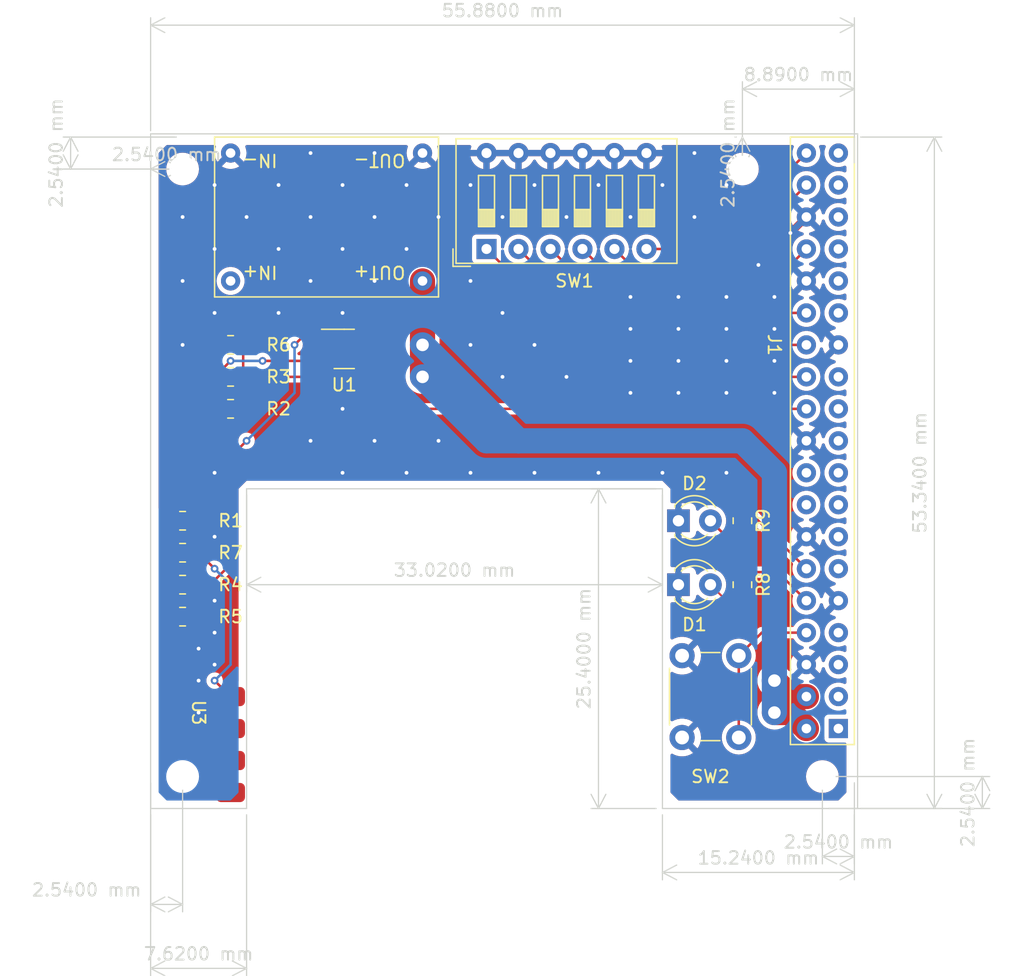
<source format=kicad_pcb>
(kicad_pcb (version 20240108) (generator "pcbnew") (generator_version "8.0")
  (layers (0 "F.Cu" signal) (31 "B.Cu" signal) (34 "B.Paste" user) (35 "F.Paste" user) (36 "B.SilkS" user "B.Silkscreen") (37 "F.SilkS" user "F.Silkscreen") (38 "B.Mask" user) (39 "F.Mask" user) (44 "Edge.Cuts" user))
  (net 0 "")
  (net 1 "GND")
  (net 2 "Net-(D1-A)")
  (net 3 "Net-(D2-A)")
  (net 5 "+5V")
  (net 15 "Net-(J1-GPIO25)")
  (net 17 "Net-(J1-~{CE0}{slash}GPIO8)")
  (net 18 "Net-(J1-~{CE1}{slash}GPIO7)")
  (net 20 "Net-(J1-ID_SC{slash}GPIO1)")
  (net 23 "Net-(J1-PWM0{slash}GPIO12)")
  (net 26 "Net-(J1-GPIO16)")
  (net 28 "Net-(J1-GPIO20{slash}MOSI1)")
  (net 29 "Net-(U1-+)")
  (net 30 "Net-(R4-Pad1)")
  (net 31 "Net-(U1--)")
  (net 32 "Net-(U3-A)")
  (net 33 "+9V")
  (net 34 "Net-(J1-GPIO14{slash}TXD)")
  (net 35 "Net-(J1-GPIO15{slash}RXD)")
  (net 36 "Net-(J1-GPIO18{slash}PWM0)")
  (footprint "MountingHole:MountingHole_2.1mm" (layer "F.Cu") (at 148.59 77.47)
    (property "Reference" "REF**" (hide yes))
    (property "Value" "MountingHole_2.1mm")
    (pad "" np_thru_hole circle (at 0 0) (size 2.1 2.1) (drill 2.1) (layers "*.Cu" "*.Mask"))
  )
  (footprint "LED_THT:LED_D3.0mm" (layer "F.Cu") (at 143.51 105.41)
    (property "Reference" "D2" (at 1.27 -2.96 0) (layer "F.SilkS"))
    (property "Value" "LED GREEN")
    (fp_line (start -0.29 -1.236) (end -0.29 -1.08) (stroke (width 0.12)) (layer "F.SilkS"))
    (fp_line (start -0.29 1.08) (end -0.29 1.236) (stroke (width 0.12)) (layer "F.SilkS"))
    (fp_arc (start -0.29 -1.235516) (mid 1.366487 -1.987659) (end 2.942335 -1.078608) (stroke (width 0.12)) (layer "F.SilkS"))
    (fp_arc (start 0.229039 -1.08) (mid 1.270117 -1.5) (end 2.31113 -1.079837) (stroke (width 0.12)) (layer "F.SilkS"))
    (fp_arc (start 2.31113 1.079837) (mid 1.270117 1.5) (end 0.229039 1.08) (stroke (width 0.12)) (layer "F.SilkS"))
    (fp_arc (start 2.942335 1.078608) (mid 1.366487 1.987659) (end -0.29 1.235516) (stroke (width 0.12)) (layer "F.SilkS"))
    (pad "1" thru_hole rect (at 0 0) (size 1.8 1.8) (drill 0.9) (layers "*.Cu" "*.Mask") (net 1 "GND"))
    (pad "2" thru_hole circle (at 2.54 0) (size 1.8 1.8) (drill 0.9) (layers "*.Cu" "*.Mask") (net 3 "Net-(D2-A)"))
  )
  (footprint "Button_Switch_THT:SW_PUSH_6mm" (layer "F.Cu") (at 143.8 122.63 90)
    (property "Reference" "SW2" (at -3.1 2.25 180) (layer "F.SilkS"))
    (property "Value" "SW_shutdown")
    (fp_line (start 5.5 -1) (end 1 -1) (stroke (width 0.12)) (layer "F.SilkS"))
    (fp_line (start -0.25 1.5) (end -0.25 3) (stroke (width 0.12)) (layer "F.SilkS"))
    (fp_line (start 6.75 3) (end 6.75 1.5) (stroke (width 0.12)) (layer "F.SilkS"))
    (fp_line (start 1 5.5) (end 5.5 5.5) (stroke (width 0.12)) (layer "F.SilkS"))
    (pad "1" thru_hole circle (at 0 0 180) (size 2 2) (drill 1.1) (layers "*.Cu" "*.Mask") (net 1 "GND"))
    (pad "1" thru_hole circle (at 6.5 0 180) (size 2 2) (drill 1.1) (layers "*.Cu" "*.Mask") (net 1 "GND"))
    (pad "2" thru_hole circle (at 0 4.5 180) (size 2 2) (drill 1.1) (layers "*.Cu" "*.Mask") (net 34 "Net-(J1-GPIO14{slash}TXD)"))
    (pad "2" thru_hole circle (at 6.5 4.5 180) (size 2 2) (drill 1.1) (layers "*.Cu" "*.Mask") (net 34 "Net-(J1-GPIO14{slash}TXD)"))
  )
  (footprint "Resistor_SMD:R_0805_2012Metric_Pad1.20x1.40mm_HandSolder" (layer "F.Cu") (at 104.14 113.03)
    (property "Reference" "R5" (at 3.81 0 0) (layer "F.SilkS"))
    (property "Value" "2k")
    (fp_line (start -0.227064 -0.735) (end 0.227064 -0.735) (stroke (width 0.12)) (layer "F.SilkS"))
    (fp_line (start -0.227064 0.735) (end 0.227064 0.735) (stroke (width 0.12)) (layer "F.SilkS"))
    (pad "1" smd roundrect (at -1 0) (size 1.2 1.4) (layers "F.Cu" "F.Paste" "F.Mask") (roundrect_rratio 0.2083333333) (net 30 "Net-(R4-Pad1)"))
    (pad "2" smd roundrect (at 1 0) (size 1.2 1.4) (layers "F.Cu" "F.Paste" "F.Mask") (roundrect_rratio 0.2083333333) (net 1 "GND"))
  )
  (footprint "Resistor_SMD:R_0805_2012Metric_Pad1.20x1.40mm_HandSolder" (layer "F.Cu") (at 104.14 107.95)
    (property "Reference" "R7" (at 3.81 0 0) (layer "F.SilkS"))
    (property "Value" "220")
    (fp_line (start -0.227064 -0.735) (end 0.227064 -0.735) (stroke (width 0.12)) (layer "F.SilkS"))
    (fp_line (start -0.227064 0.735) (end 0.227064 0.735) (stroke (width 0.12)) (layer "F.SilkS"))
    (pad "1" smd roundrect (at -1 0) (size 1.2 1.4) (layers "F.Cu" "F.Paste" "F.Mask") (roundrect_rratio 0.2083333333) (net 5 "+5V"))
    (pad "2" smd roundrect (at 1 0) (size 1.2 1.4) (layers "F.Cu" "F.Paste" "F.Mask") (roundrect_rratio 0.2083333333) (net 32 "Net-(U3-A)"))
  )
  (footprint "Package_TO_SOT_SMD:SOT-23-5" (layer "F.Cu") (at 116.9725 91.76)
    (property "Reference" "U1" (at 0 2.855 0) (layer "F.SilkS"))
    (property "Value" "LM397")
    (fp_line (start 0 -1.56) (end -1.8 -1.56) (stroke (width 0.12)) (layer "F.SilkS"))
    (fp_line (start 0 -1.56) (end 0.8 -1.56) (stroke (width 0.12)) (layer "F.SilkS"))
    (fp_line (start 0 1.56) (end -0.8 1.56) (stroke (width 0.12)) (layer "F.SilkS"))
    (fp_line (start 0 1.56) (end 0.8 1.56) (stroke (width 0.12)) (layer "F.SilkS"))
    (pad "1" smd roundrect (at -1.1375 -0.95) (size 1.325 0.6) (layers "F.Cu" "F.Paste" "F.Mask") (net 31 "Net-(U1--)"))
    (pad "2" smd roundrect (at -1.1375 0) (size 1.325 0.6) (layers "F.Cu" "F.Paste" "F.Mask") (net 1 "GND"))
    (pad "3" smd roundrect (at -1.1375 0.95) (size 1.325 0.6) (layers "F.Cu" "F.Paste" "F.Mask") (net 29 "Net-(U1-+)"))
    (pad "4" smd roundrect (at 1.1375 0.95) (size 1.325 0.6) (layers "F.Cu" "F.Paste" "F.Mask") (net 15 "Net-(J1-GPIO25)"))
    (pad "5" smd roundrect (at 1.1375 -0.95) (size 1.325 0.6) (layers "F.Cu" "F.Paste" "F.Mask") (net 5 "+5V"))
  )
  (footprint "MountingHole:MountingHole_2.1mm" (layer "F.Cu") (at 104.14 77.47)
    (property "Reference" "REF**" (hide yes))
    (property "Value" "MountingHole_2.1mm")
    (pad "" np_thru_hole circle (at 0 0) (size 2.1 2.1) (drill 2.1) (layers "*.Cu" "*.Mask"))
  )
  (footprint "Crockwork_Cinecamera:raspberry Pi socket 2x19" (layer "F.Cu") (at 156.21 121.92 180)
    (property "Reference" "J1" (at 5.08 30.48 -90) (layer "F.SilkS"))
    (property "Value" "Raspberry_Pi_zero2W")
    (fp_line (start 3.81 46.99) (end -1.27 46.99) (stroke (width 0.12)) (layer "F.SilkS"))
    (fp_line (start 3.81 -1.27) (end 3.81 46.99) (stroke (width 0.12)) (layer "F.SilkS"))
    (fp_line (start 3.81 -1.27) (end -1.27 -1.27) (stroke (width 0.12)) (layer "F.SilkS"))
    (fp_line (start -1.27 -1.27) (end -1.27 46.99) (stroke (width 0.12)) (layer "F.SilkS"))
    (pad "1" thru_hole rect (at 0 0 180) (size 1.524 1.524) (drill 0.762) (layers "*.Cu" "*.Mask"))
    (pad "2" thru_hole circle (at 2.54 0 180) (size 1.524 1.524) (drill 0.762) (layers "*.Cu" "*.Mask") (net 5 "+5V"))
    (pad "3" thru_hole circle (at 0 2.54 180) (size 1.524 1.524) (drill 0.762) (layers "*.Cu" "*.Mask"))
    (pad "4" thru_hole circle (at 2.54 2.54 180) (size 1.524 1.524) (drill 0.762) (layers "*.Cu" "*.Mask") (net 5 "+5V"))
    (pad "5" thru_hole circle (at 0 5.08 180) (size 1.524 1.524) (drill 0.762) (layers "*.Cu" "*.Mask"))
    (pad "6" thru_hole circle (at 2.54 5.08 180) (size 1.524 1.524) (drill 0.762) (layers "*.Cu" "*.Mask") (net 1 "GND"))
    (pad "7" thru_hole circle (at 0 7.62 180) (size 1.524 1.524) (drill 0.762) (layers "*.Cu" "*.Mask"))
    (pad "8" thru_hole circle (at 2.54 7.62 180) (size 1.524 1.524) (drill 0.762) (layers "*.Cu" "*.Mask") (net 34 "Net-(J1-GPIO14{slash}TXD)"))
    (pad "9" thru_hole circle (at 0 10.16 180) (size 1.524 1.524) (drill 0.762) (layers "*.Cu" "*.Mask") (net 1 "GND"))
    (pad "10" thru_hole circle (at 2.54 10.16 180) (size 1.524 1.524) (drill 0.762) (layers "*.Cu" "*.Mask") (net 35 "Net-(J1-GPIO15{slash}RXD)"))
    (pad "11" thru_hole circle (at 0 12.7 180) (size 1.524 1.524) (drill 0.762) (layers "*.Cu" "*.Mask"))
    (pad "12" thru_hole circle (at 2.54 12.7 180) (size 1.524 1.524) (drill 0.762) (layers "*.Cu" "*.Mask") (net 36 "Net-(J1-GPIO18{slash}PWM0)"))
    (pad "13" thru_hole circle (at 0 15.24 180) (size 1.524 1.524) (drill 0.762) (layers "*.Cu" "*.Mask"))
    (pad "14" thru_hole circle (at 2.54 15.24 180) (size 1.524 1.524) (drill 0.762) (layers "*.Cu" "*.Mask") (net 1 "GND"))
    (pad "15" thru_hole circle (at 0 17.78 180) (size 1.524 1.524) (drill 0.762) (layers "*.Cu" "*.Mask"))
    (pad "16" thru_hole circle (at 2.54 17.78 180) (size 1.524 1.524) (drill 0.762) (layers "*.Cu" "*.Mask"))
    (pad "17" thru_hole circle (at 0 20.32 180) (size 1.524 1.524) (drill 0.762) (layers "*.Cu" "*.Mask"))
    (pad "18" thru_hole circle (at 2.54 20.32 180) (size 1.524 1.524) (drill 0.762) (layers "*.Cu" "*.Mask"))
    (pad "19" thru_hole circle (at 0 22.86 180) (size 1.524 1.524) (drill 0.762) (layers "*.Cu" "*.Mask"))
    (pad "20" thru_hole circle (at 2.54 22.86 180) (size 1.524 1.524) (drill 0.762) (layers "*.Cu" "*.Mask") (net 1 "GND"))
    (pad "21" thru_hole circle (at 0 25.4 180) (size 1.524 1.524) (drill 0.762) (layers "*.Cu" "*.Mask"))
    (pad "22" thru_hole circle (at 2.54 25.4 180) (size 1.524 1.524) (drill 0.762) (layers "*.Cu" "*.Mask") (net 15 "Net-(J1-GPIO25)"))
    (pad "23" thru_hole circle (at 0 27.94 180) (size 1.524 1.524) (drill 0.762) (layers "*.Cu" "*.Mask"))
    (pad "24" thru_hole circle (at 2.54 27.94 180) (size 1.524 1.524) (drill 0.762) (layers "*.Cu" "*.Mask") (net 17 "Net-(J1-~{CE0}{slash}GPIO8)"))
    (pad "25" thru_hole circle (at 0 30.48 180) (size 1.524 1.524) (drill 0.762) (layers "*.Cu" "*.Mask") (net 1 "GND"))
    (pad "26" thru_hole circle (at 2.54 30.48 180) (size 1.524 1.524) (drill 0.762) (layers "*.Cu" "*.Mask") (net 18 "Net-(J1-~{CE1}{slash}GPIO7)"))
    (pad "27" thru_hole circle (at 0 33.02 180) (size 1.524 1.524) (drill 0.762) (layers "*.Cu" "*.Mask"))
    (pad "28" thru_hole circle (at 2.54 33.02 180) (size 1.524 1.524) (drill 0.762) (layers "*.Cu" "*.Mask") (net 20 "Net-(J1-ID_SC{slash}GPIO1)"))
    (pad "29" thru_hole circle (at 0 35.56 180) (size 1.524 1.524) (drill 0.762) (layers "*.Cu" "*.Mask"))
    (pad "30" thru_hole circle (at 2.54 35.56 180) (size 1.524 1.524) (drill 0.762) (layers "*.Cu" "*.Mask") (net 1 "GND"))
    (pad "31" thru_hole circle (at 0 38.1 180) (size 1.524 1.524) (drill 0.762) (layers "*.Cu" "*.Mask"))
    (pad "32" thru_hole circle (at 2.54 38.1 180) (size 1.524 1.524) (drill 0.762) (layers "*.Cu" "*.Mask") (net 23 "Net-(J1-PWM0{slash}GPIO12)"))
    (pad "33" thru_hole circle (at 0 40.64 180) (size 1.524 1.524) (drill 0.762) (layers "*.Cu" "*.Mask"))
    (pad "34" thru_hole circle (at 2.54 40.64 180) (size 1.524 1.524) (drill 0.762) (layers "*.Cu" "*.Mask") (net 1 "GND"))
    (pad "35" thru_hole circle (at 0 43.18 180) (size 1.524 1.524) (drill 0.762) (layers "*.Cu" "*.Mask"))
    (pad "36" thru_hole circle (at 2.54 43.18 180) (size 1.524 1.524) (drill 0.762) (layers "*.Cu" "*.Mask") (net 26 "Net-(J1-GPIO16)"))
    (pad "37" thru_hole circle (at 0 45.72 180) (size 1.524 1.524) (drill 0.762) (layers "*.Cu" "*.Mask"))
    (pad "38" thru_hole circle (at 2.54 45.72 180) (size 1.524 1.524) (drill 0.762) (layers "*.Cu" "*.Mask") (net 28 "Net-(J1-GPIO20{slash}MOSI1)"))
  )
  (footprint "Resistor_SMD:R_0805_2012Metric_Pad1.20x1.40mm_HandSolder" (layer "F.Cu") (at 107.95 96.52)
    (property "Reference" "R2" (at 3.81 0 0) (layer "F.SilkS"))
    (property "Value" "1k")
    (fp_line (start -0.227064 -0.735) (end 0.227064 -0.735) (stroke (width 0.12)) (layer "F.SilkS"))
    (fp_line (start -0.227064 0.735) (end 0.227064 0.735) (stroke (width 0.12)) (layer "F.SilkS"))
    (pad "1" smd roundrect (at -1 0) (size 1.2 1.4) (layers "F.Cu" "F.Paste" "F.Mask") (roundrect_rratio 0.2083333333) (net 29 "Net-(U1-+)"))
    (pad "2" smd roundrect (at 1 0) (size 1.2 1.4) (layers "F.Cu" "F.Paste" "F.Mask") (roundrect_rratio 0.2083333333) (net 1 "GND"))
  )
  (footprint "Crockwork_Cinecamera:MP2307 DC-DC Board" (layer "F.Cu") (at 107.95 86.36 90)
    (property "Reference" "U2" (hide yes))
    (property "Value" "~")
    (fp_line (start 11.43 -1.27) (end 11.43 16.51) (stroke (width 0.12)) (layer "F.SilkS"))
    (fp_line (start -1.27 -1.27) (end 11.43 -1.27) (stroke (width 0.12)) (layer "F.SilkS"))
    (fp_line (start 11.43 16.51) (end -1.27 16.51) (stroke (width 0.12)) (layer "F.SilkS"))
    (fp_line (start -1.27 16.51) (end -1.27 -1.27) (stroke (width 0.12)) (layer "F.SilkS"))
    (fp_text user "OUT+" (at 1.27 13.97 180) (layer "F.SilkS") (effects (justify left bottom)))
    (fp_text user "IN-" (at 10.16 3.81 180) (layer "F.SilkS") (effects (justify left bottom)))
    (fp_text user "IN+" (at 1.27 3.81 180) (layer "F.SilkS") (effects (justify left bottom)))
    (fp_text user "OUT-" (at 10.16 13.97 180) (layer "F.SilkS") (effects (justify left bottom)))
    (pad "1" thru_hole circle (at 0 0 90) (size 1.524 1.524) (drill 0.762) (layers "*.Cu" "*.Mask") (net 33 "+9V"))
    (pad "2" thru_hole circle (at 10.16 0 90) (size 1.524 1.524) (drill 0.762) (layers "*.Cu" "*.Mask") (net 1 "GND"))
    (pad "3" thru_hole circle (at 0 15.24 90) (size 1.524 1.524) (drill 0.762) (layers "*.Cu" "*.Mask") (net 5 "+5V"))
    (pad "4" thru_hole circle (at 10.16 15.24 90) (size 1.524 1.524) (drill 0.762) (layers "*.Cu" "*.Mask") (net 1 "GND"))
  )
  (footprint "LED_THT:LED_D3.0mm" (layer "F.Cu") (at 143.51 110.49)
    (property "Reference" "D1" (at 1.27 3.175 0) (layer "F.SilkS"))
    (property "Value" "LED RED")
    (fp_line (start -0.29 -1.236) (end -0.29 -1.08) (stroke (width 0.12)) (layer "F.SilkS"))
    (fp_line (start -0.29 1.08) (end -0.29 1.236) (stroke (width 0.12)) (layer "F.SilkS"))
    (fp_arc (start -0.29 -1.235516) (mid 1.366487 -1.987659) (end 2.942335 -1.078608) (stroke (width 0.12)) (layer "F.SilkS"))
    (fp_arc (start 0.229039 -1.08) (mid 1.270117 -1.5) (end 2.31113 -1.079837) (stroke (width 0.12)) (layer "F.SilkS"))
    (fp_arc (start 2.31113 1.079837) (mid 1.270117 1.5) (end 0.229039 1.08) (stroke (width 0.12)) (layer "F.SilkS"))
    (fp_arc (start 2.942335 1.078608) (mid 1.366487 1.987659) (end -0.29 1.235516) (stroke (width 0.12)) (layer "F.SilkS"))
    (pad "1" thru_hole rect (at 0 0) (size 1.8 1.8) (drill 0.9) (layers "*.Cu" "*.Mask") (net 1 "GND"))
    (pad "2" thru_hole circle (at 2.54 0) (size 1.8 1.8) (drill 0.9) (layers "*.Cu" "*.Mask") (net 2 "Net-(D1-A)"))
  )
  (footprint "Resistor_SMD:R_0805_2012Metric_Pad1.20x1.40mm_HandSolder" (layer "F.Cu") (at 104.14 105.41)
    (property "Reference" "R1" (at 3.81 0 0) (layer "F.SilkS"))
    (property "Value" "36k")
    (fp_line (start -0.227064 -0.735) (end 0.227064 -0.735) (stroke (width 0.12)) (layer "F.SilkS"))
    (fp_line (start -0.227064 0.735) (end 0.227064 0.735) (stroke (width 0.12)) (layer "F.SilkS"))
    (pad "1" smd roundrect (at -1 0) (size 1.2 1.4) (layers "F.Cu" "F.Paste" "F.Mask") (roundrect_rratio 0.2083333333) (net 5 "+5V"))
    (pad "2" smd roundrect (at 1 0) (size 1.2 1.4) (layers "F.Cu" "F.Paste" "F.Mask") (roundrect_rratio 0.2083333333) (net 29 "Net-(U1-+)"))
  )
  (footprint "Resistor_SMD:R_0805_2012Metric_Pad1.20x1.40mm_HandSolder" (layer "F.Cu") (at 148.59 110.49 -90)
    (property "Reference" "R8" (at 0 -1.65 90) (layer "F.SilkS"))
    (property "Value" "1k")
    (fp_line (start -0.227064 0.735) (end 0.227064 0.735) (stroke (width 0.12)) (layer "F.SilkS"))
    (fp_line (start -0.227064 -0.735) (end 0.227064 -0.735) (stroke (width 0.12)) (layer "F.SilkS"))
    (pad "1" smd roundrect (at -1 0 270) (size 1.2 1.4) (layers "F.Cu" "F.Paste" "F.Mask") (roundrect_rratio 0.2083333333) (net 35 "Net-(J1-GPIO15{slash}RXD)"))
    (pad "2" smd roundrect (at 1 0 270) (size 1.2 1.4) (layers "F.Cu" "F.Paste" "F.Mask") (roundrect_rratio 0.2083333333) (net 2 "Net-(D1-A)"))
  )
  (footprint "Button_Switch_THT:SW_DIP_SPSTx06_Slide_9.78x17.42mm_W7.62mm_P2.54mm" (layer "F.Cu") (at 128.27 83.82 90)
    (property "Reference" "SW1" (at -2.54 6.985 180) (layer "F.SilkS"))
    (property "Value" "SW_DIP_x06")
    (fp_line (start -1.38 -2.66) (end 0.004 -2.66) (stroke (width 0.12)) (layer "F.SilkS"))
    (fp_line (start -1.38 -2.66) (end -1.38 -1.277) (stroke (width 0.12)) (layer "F.SilkS"))
    (fp_line (start 8.76 -2.42) (end 8.76 15.12) (stroke (width 0.12)) (layer "F.SilkS"))
    (fp_line (start -1.14 -2.42) (end 8.76 -2.42) (stroke (width 0.12)) (layer "F.SilkS"))
    (fp_line (start -1.14 -2.42) (end -1.14 15.12) (stroke (width 0.12)) (layer "F.SilkS"))
    (fp_line (start 5.84 -0.635) (end 1.78 -0.635) (stroke (width 0.12)) (layer "F.SilkS"))
    (fp_line (start 3.133333 -0.635) (end 3.133333 0.635) (stroke (width 0.12)) (layer "F.SilkS"))
    (fp_line (start 1.78 -0.635) (end 1.78 0.635) (stroke (width 0.12)) (layer "F.SilkS"))
    (fp_line (start 1.78 -0.515) (end 3.133333 -0.515) (stroke (width 0.12)) (layer "F.SilkS"))
    (fp_line (start 1.78 -0.395) (end 3.133333 -0.395) (stroke (width 0.12)) (layer "F.SilkS"))
    (fp_line (start 1.78 -0.275) (end 3.133333 -0.275) (stroke (width 0.12)) (layer "F.SilkS"))
    (fp_line (start 1.78 -0.155) (end 3.133333 -0.155) (stroke (width 0.12)) (layer "F.SilkS"))
    (fp_line (start 1.78 -0.035) (end 3.133333 -0.035) (stroke (width 0.12)) (layer "F.SilkS"))
    (fp_line (start 1.78 0.085) (end 3.133333 0.085) (stroke (width 0.12)) (layer "F.SilkS"))
    (fp_line (start 1.78 0.205) (end 3.133333 0.205) (stroke (width 0.12)) (layer "F.SilkS"))
    (fp_line (start 1.78 0.325) (end 3.133333 0.325) (stroke (width 0.12)) (layer "F.SilkS"))
    (fp_line (start 1.78 0.445) (end 3.133333 0.445) (stroke (width 0.12)) (layer "F.SilkS"))
    (fp_line (start 1.78 0.565) (end 3.133333 0.565) (stroke (width 0.12)) (layer "F.SilkS"))
    (fp_line (start 5.84 0.635) (end 5.84 -0.635) (stroke (width 0.12)) (layer "F.SilkS"))
    (fp_line (start 1.78 0.635) (end 5.84 0.635) (stroke (width 0.12)) (layer "F.SilkS"))
    (fp_line (start 5.84 1.905) (end 1.78 1.905) (stroke (width 0.12)) (layer "F.SilkS"))
    (fp_line (start 3.133333 1.905) (end 3.133333 3.175) (stroke (width 0.12)) (layer "F.SilkS"))
    (fp_line (start 1.78 1.905) (end 1.78 3.175) (stroke (width 0.12)) (layer "F.SilkS"))
    (fp_line (start 1.78 2.025) (end 3.133333 2.025) (stroke (width 0.12)) (layer "F.SilkS"))
    (fp_line (start 1.78 2.145) (end 3.133333 2.145) (stroke (width 0.12)) (layer "F.SilkS"))
    (fp_line (start 1.78 2.265) (end 3.133333 2.265) (stroke (width 0.12)) (layer "F.SilkS"))
    (fp_line (start 1.78 2.385) (end 3.133333 2.385) (stroke (width 0.12)) (layer "F.SilkS"))
    (fp_line (start 1.78 2.505) (end 3.133333 2.505) (stroke (width 0.12)) (layer "F.SilkS"))
    (fp_line (start 1.78 2.625) (end 3.133333 2.625) (stroke (width 0.12)) (layer "F.SilkS"))
    (fp_line (start 1.78 2.745) (end 3.133333 2.745) (stroke (width 0.12)) (layer "F.SilkS"))
    (fp_line (start 1.78 2.865) (end 3.133333 2.865) (stroke (width 0.12)) (layer "F.SilkS"))
    (fp_line (start 1.78 2.985) (end 3.133333 2.985) (stroke (width 0.12)) (layer "F.SilkS"))
    (fp_line (start 1.78 3.105) (end 3.133333 3.105) (stroke (width 0.12)) (layer "F.SilkS"))
    (fp_line (start 5.84 3.175) (end 5.84 1.905) (stroke (width 0.12)) (layer "F.SilkS"))
    (fp_line (start 1.78 3.175) (end 5.84 3.175) (stroke (width 0.12)) (layer "F.SilkS"))
    (fp_line (start 5.84 4.445) (end 1.78 4.445) (stroke (width 0.12)) (layer "F.SilkS"))
    (fp_line (start 3.133333 4.445) (end 3.133333 5.715) (stroke (width 0.12)) (layer "F.SilkS"))
    (fp_line (start 1.78 4.445) (end 1.78 5.715) (stroke (width 0.12)) (layer "F.SilkS"))
    (fp_line (start 1.78 4.565) (end 3.133333 4.565) (stroke (width 0.12)) (layer "F.SilkS"))
    (fp_line (start 1.78 4.685) (end 3.133333 4.685) (stroke (width 0.12)) (layer "F.SilkS"))
    (fp_line (start 1.78 4.805) (end 3.133333 4.805) (stroke (width 0.12)) (layer "F.SilkS"))
    (fp_line (start 1.78 4.925) (end 3.133333 4.925) (stroke (width 0.12)) (layer "F.SilkS"))
    (fp_line (start 1.78 5.045) (end 3.133333 5.045) (stroke (width 0.12)) (layer "F.SilkS"))
    (fp_line (start 1.78 5.165) (end 3.133333 5.165) (stroke (width 0.12)) (layer "F.SilkS"))
    (fp_line (start 1.78 5.285) (end 3.133333 5.285) (stroke (width 0.12)) (layer "F.SilkS"))
    (fp_line (start 1.78 5.405) (end 3.133333 5.405) (stroke (width 0.12)) (layer "F.SilkS"))
    (fp_line (start 1.78 5.525) (end 3.133333 5.525) (stroke (width 0.12)) (layer "F.SilkS"))
    (fp_line (start 1.78 5.645) (end 3.133333 5.645) (stroke (width 0.12)) (layer "F.SilkS"))
    (fp_line (start 5.84 5.715) (end 5.84 4.445) (stroke (width 0.12)) (layer "F.SilkS"))
    (fp_line (start 1.78 5.715) (end 5.84 5.715) (stroke (width 0.12)) (layer "F.SilkS"))
    (fp_line (start 5.84 6.985) (end 1.78 6.985) (stroke (width 0.12)) (layer "F.SilkS"))
    (fp_line (start 3.133333 6.985) (end 3.133333 8.255) (stroke (width 0.12)) (layer "F.SilkS"))
    (fp_line (start 1.78 6.985) (end 1.78 8.255) (stroke (width 0.12)) (layer "F.SilkS"))
    (fp_line (start 1.78 7.105) (end 3.133333 7.105) (stroke (width 0.12)) (layer "F.SilkS"))
    (fp_line (start 1.78 7.225) (end 3.133333 7.225) (stroke (width 0.12)) (layer "F.SilkS"))
    (fp_line (start 1.78 7.345) (end 3.133333 7.345) (stroke (width 0.12)) (layer "F.SilkS"))
    (fp_line (start 1.78 7.465) (end 3.133333 7.465) (stroke (width 0.12)) (layer "F.SilkS"))
    (fp_line (start 1.78 7.585) (end 3.133333 7.585) (stroke (width 0.12)) (layer "F.SilkS"))
    (fp_line (start 1.78 7.705) (end 3.133333 7.705) (stroke (width 0.12)) (layer "F.SilkS"))
    (fp_line (start 1.78 7.825) (end 3.133333 7.825) (stroke (width 0.12)) (layer "F.SilkS"))
    (fp_line (start 1.78 7.945) (end 3.133333 7.945) (stroke (width 0.12)) (layer "F.SilkS"))
    (fp_line (start 1.78 8.065) (end 3.133333 8.065) (stroke (width 0.12)) (layer "F.SilkS"))
    (fp_line (start 1.78 8.185) (end 3.133333 8.185) (stroke (width 0.12)) (layer "F.SilkS"))
    (fp_line (start 5.84 8.255) (end 5.84 6.985) (stroke (width 0.12)) (layer "F.SilkS"))
    (fp_line (start 1.78 8.255) (end 5.84 8.255) (stroke (width 0.12)) (layer "F.SilkS"))
    (fp_line (start 5.84 9.525) (end 1.78 9.525) (stroke (width 0.12)) (layer "F.SilkS"))
    (fp_line (start 3.133333 9.525) (end 3.133333 10.795) (stroke (width 0.12)) (layer "F.SilkS"))
    (fp_line (start 1.78 9.525) (end 1.78 10.795) (stroke (width 0.12)) (layer "F.SilkS"))
    (fp_line (start 1.78 9.645) (end 3.133333 9.645) (stroke (width 0.12)) (layer "F.SilkS"))
    (fp_line (start 1.78 9.765) (end 3.133333 9.765) (stroke (width 0.12)) (layer "F.SilkS"))
    (fp_line (start 1.78 9.885) (end 3.133333 9.885) (stroke (width 0.12)) (layer "F.SilkS"))
    (fp_line (start 1.78 10.005) (end 3.133333 10.005) (stroke (width 0.12)) (layer "F.SilkS"))
    (fp_line (start 1.78 10.125) (end 3.133333 10.125) (stroke (width 0.12)) (layer "F.SilkS"))
    (fp_line (start 1.78 10.245) (end 3.133333 10.245) (stroke (width 0.12)) (layer "F.SilkS"))
    (fp_line (start 1.78 10.365) (end 3.133333 10.365) (stroke (width 0.12)) (layer "F.SilkS"))
    (fp_line (start 1.78 10.485) (end 3.133333 10.485) (stroke (width 0.12)) (layer "F.SilkS"))
    (fp_line (start 1.78 10.605) (end 3.133333 10.605) (stroke (width 0.12)) (layer "F.SilkS"))
    (fp_line (start 1.78 10.725) (end 3.133333 10.725) (stroke (width 0.12)) (layer "F.SilkS"))
    (fp_line (start 5.84 10.795) (end 5.84 9.525) (stroke (width 0.12)) (layer "F.SilkS"))
    (fp_line (start 1.78 10.795) (end 5.84 10.795) (stroke (width 0.12)) (layer "F.SilkS"))
    (fp_line (start 5.84 12.065) (end 1.78 12.065) (stroke (width 0.12)) (layer "F.SilkS"))
    (fp_line (start 3.133333 12.065) (end 3.133333 13.335) (stroke (width 0.12)) (layer "F.SilkS"))
    (fp_line (start 1.78 12.065) (end 1.78 13.335) (stroke (width 0.12)) (layer "F.SilkS"))
    (fp_line (start 1.78 12.185) (end 3.133333 12.185) (stroke (width 0.12)) (layer "F.SilkS"))
    (fp_line (start 1.78 12.305) (end 3.133333 12.305) (stroke (width 0.12)) (layer "F.SilkS"))
    (fp_line (start 1.78 12.425) (end 3.133333 12.425) (stroke (width 0.12)) (layer "F.SilkS"))
    (fp_line (start 1.78 12.545) (end 3.133333 12.545) (stroke (width 0.12)) (layer "F.SilkS"))
    (fp_line (start 1.78 12.665) (end 3.133333 12.665) (stroke (width 0.12)) (layer "F.SilkS"))
    (fp_line (start 1.78 12.785) (end 3.133333 12.785) (stroke (width 0.12)) (layer "F.SilkS"))
    (fp_line (start 1.78 12.905) (end 3.133333 12.905) (stroke (width 0.12)) (layer "F.SilkS"))
    (fp_line (start 1.78 13.025) (end 3.133333 13.025) (stroke (width 0.12)) (layer "F.SilkS"))
    (fp_line (start 1.78 13.145) (end 3.133333 13.145) (stroke (width 0.12)) (layer "F.SilkS"))
    (fp_line (start 1.78 13.265) (end 3.133333 13.265) (stroke (width 0.12)) (layer "F.SilkS"))
    (fp_line (start 5.84 13.335) (end 5.84 12.065) (stroke (width 0.12)) (layer "F.SilkS"))
    (fp_line (start 1.78 13.335) (end 5.84 13.335) (stroke (width 0.12)) (layer "F.SilkS"))
    (fp_line (start -1.14 15.12) (end 8.76 15.12) (stroke (width 0.12)) (layer "F.SilkS"))
    (pad "1" thru_hole rect (at 0 0 90) (size 1.6 1.6) (drill 0.8) (layers "*.Cu" "*.Mask") (net 17 "Net-(J1-~{CE0}{slash}GPIO8)"))
    (pad "2" thru_hole oval (at 0 2.54 90) (size 1.6 1.6) (drill 0.8) (layers "*.Cu" "*.Mask") (net 18 "Net-(J1-~{CE1}{slash}GPIO7)"))
    (pad "3" thru_hole oval (at 0 5.08 90) (size 1.6 1.6) (drill 0.8) (layers "*.Cu" "*.Mask") (net 20 "Net-(J1-ID_SC{slash}GPIO1)"))
    (pad "4" thru_hole oval (at 0 7.62 90) (size 1.6 1.6) (drill 0.8) (layers "*.Cu" "*.Mask") (net 23 "Net-(J1-PWM0{slash}GPIO12)"))
    (pad "5" thru_hole oval (at 0 10.16 90) (size 1.6 1.6) (drill 0.8) (layers "*.Cu" "*.Mask") (net 26 "Net-(J1-GPIO16)"))
    (pad "6" thru_hole oval (at 0 12.7 90) (size 1.6 1.6) (drill 0.8) (layers "*.Cu" "*.Mask") (net 28 "Net-(J1-GPIO20{slash}MOSI1)"))
    (pad "7" thru_hole oval (at 7.62 12.7 90) (size 1.6 1.6) (drill 0.8) (layers "*.Cu" "*.Mask") (net 1 "GND"))
    (pad "8" thru_hole oval (at 7.62 10.16 90) (size 1.6 1.6) (drill 0.8) (layers "*.Cu" "*.Mask") (net 1 "GND"))
    (pad "9" thru_hole oval (at 7.62 7.62 90) (size 1.6 1.6) (drill 0.8) (layers "*.Cu" "*.Mask") (net 1 "GND"))
    (pad "10" thru_hole oval (at 7.62 5.08 90) (size 1.6 1.6) (drill 0.8) (layers "*.Cu" "*.Mask") (net 1 "GND"))
    (pad "11" thru_hole oval (at 7.62 2.54 90) (size 1.6 1.6) (drill 0.8) (layers "*.Cu" "*.Mask") (net 1 "GND"))
    (pad "12" thru_hole oval (at 7.62 0 90) (size 1.6 1.6) (drill 0.8) (layers "*.Cu" "*.Mask") (net 1 "GND"))
  )
  (footprint "Resistor_SMD:R_0805_2012Metric_Pad1.20x1.40mm_HandSolder" (layer "F.Cu") (at 104.14 110.49)
    (property "Reference" "R4" (at 3.81 0 0) (layer "F.SilkS"))
    (property "Value" "220")
    (fp_line (start -0.227064 -0.735) (end 0.227064 -0.735) (stroke (width 0.12)) (layer "F.SilkS"))
    (fp_line (start -0.227064 0.735) (end 0.227064 0.735) (stroke (width 0.12)) (layer "F.SilkS"))
    (pad "1" smd roundrect (at -1 0) (size 1.2 1.4) (layers "F.Cu" "F.Paste" "F.Mask") (roundrect_rratio 0.2083333333) (net 30 "Net-(R4-Pad1)"))
    (pad "2" smd roundrect (at 1 0) (size 1.2 1.4) (layers "F.Cu" "F.Paste" "F.Mask") (roundrect_rratio 0.2083333333) (net 31 "Net-(U1--)"))
  )
  (footprint "Resistor_SMD:R_0805_2012Metric_Pad1.20x1.40mm_HandSolder" (layer "F.Cu") (at 107.95 91.44)
    (property "Reference" "R6" (at 3.81 0 0) (layer "F.SilkS"))
    (property "Value" "2k2")
    (fp_line (start -0.227064 -0.735) (end 0.227064 -0.735) (stroke (width 0.12)) (layer "F.SilkS"))
    (fp_line (start -0.227064 0.735) (end 0.227064 0.735) (stroke (width 0.12)) (layer "F.SilkS"))
    (pad "1" smd roundrect (at -1 0) (size 1.2 1.4) (layers "F.Cu" "F.Paste" "F.Mask") (roundrect_rratio 0.2083333333) (net 5 "+5V"))
    (pad "2" smd roundrect (at 1 0) (size 1.2 1.4) (layers "F.Cu" "F.Paste" "F.Mask") (roundrect_rratio 0.2083333333) (net 15 "Net-(J1-GPIO25)"))
  )
  (footprint "Crockwork_Cinecamera:LBR-123F_2" (layer "F.Cu") (at 104.14 123.19 -90)
    (property "Reference" "U3" (at -2.54 -1.27 -90) (layer "F.SilkS"))
    (property "Value" "LBR-123F_2")
    (pad "1" smd roundrect (at -3.81 -3.81) (size 2.286 1.524) (layers "F.Cu" "F.Paste" "F.Mask") (net 32 "Net-(U3-A)"))
    (pad "2" smd roundrect (at -1.27 -3.81) (size 2.286 1.524) (layers "F.Cu" "F.Paste" "F.Mask") (net 1 "GND"))
    (pad "3" smd roundrect (at 1.27 -3.81 180) (size 2.286 1.524) (layers "F.Cu" "F.Paste" "F.Mask") (net 5 "+5V"))
    (pad "4" smd roundrect (at 3.81 -3.81) (size 2.286 1.524) (layers "F.Cu" "F.Paste" "F.Mask") (net 30 "Net-(R4-Pad1)"))
  )
  (footprint "MountingHole:MountingHole_2.1mm" (layer "F.Cu") (at 104.14 125.73)
    (property "Reference" "REF**" (hide yes))
    (property "Value" "MountingHole_2.1mm")
    (pad "" np_thru_hole circle (at 0 0) (size 2.1 2.1) (drill 2.1) (layers "*.Cu" "*.Mask"))
  )
  (footprint "Resistor_SMD:R_0805_2012Metric_Pad1.20x1.40mm_HandSolder" (layer "F.Cu") (at 107.95 93.98)
    (property "Reference" "R3" (at 3.81 0 0) (layer "F.SilkS"))
    (property "Value" "12k")
    (fp_line (start -0.227064 -0.735) (end 0.227064 -0.735) (stroke (width 0.12)) (layer "F.SilkS"))
    (fp_line (start -0.227064 0.735) (end 0.227064 0.735) (stroke (width 0.12)) (layer "F.SilkS"))
    (pad "1" smd roundrect (at -1 0) (size 1.2 1.4) (layers "F.Cu" "F.Paste" "F.Mask") (roundrect_rratio 0.2083333333) (net 29 "Net-(U1-+)"))
    (pad "2" smd roundrect (at 1 0) (size 1.2 1.4) (layers "F.Cu" "F.Paste" "F.Mask") (roundrect_rratio 0.2083333333) (net 15 "Net-(J1-GPIO25)"))
  )
  (footprint "Resistor_SMD:R_0805_2012Metric_Pad1.20x1.40mm_HandSolder" (layer "F.Cu") (at 148.59 105.41 -90)
    (property "Reference" "R9" (at 0 -1.65 90) (layer "F.SilkS"))
    (property "Value" "1k")
    (fp_line (start -0.227064 0.735) (end 0.227064 0.735) (stroke (width 0.12)) (layer "F.SilkS"))
    (fp_line (start -0.227064 -0.735) (end 0.227064 -0.735) (stroke (width 0.12)) (layer "F.SilkS"))
    (pad "1" smd roundrect (at -1 0 270) (size 1.2 1.4) (layers "F.Cu" "F.Paste" "F.Mask") (roundrect_rratio 0.2083333333) (net 36 "Net-(J1-GPIO18{slash}PWM0)"))
    (pad "2" smd roundrect (at 1 0 270) (size 1.2 1.4) (layers "F.Cu" "F.Paste" "F.Mask") (roundrect_rratio 0.2083333333) (net 3 "Net-(D2-A)"))
  )
  (footprint "MountingHole:MountingHole_2.1mm" (layer "F.Cu") (at 154.94 125.73)
    (property "Reference" "REF**" (hide yes))
    (property "Value" "MountingHole_2.1mm")
    (pad "" np_thru_hole circle (at 0 0) (size 2.1 2.1) (drill 2.1) (layers "*.Cu" "*.Mask"))
  )
  (gr_line (start 142.24 102.87) (end 109.22 102.87) (stroke (width 0.1)) (layer "Edge.Cuts"))
  (gr_line (start 157.734 128.27) (end 142.24 128.27) (stroke (width 0.1)) (layer "Edge.Cuts"))
  (gr_line (start 109.22 102.87) (end 109.22 128.27) (stroke (width 0.1)) (layer "Edge.Cuts"))
  (gr_line (start 101.6 74.93) (end 101.6 74.93) (stroke (width 0.1)) (layer "Edge.Cuts"))
  (gr_line (start 101.6 128.27) (end 101.6 74.676) (stroke (width 0.1)) (layer "Edge.Cuts"))
  (gr_line (start 157.734 74.676) (end 157.734 128.27) (stroke (width 0.1)) (layer "Edge.Cuts"))
  (gr_line (start 101.6 74.676) (end 157.734 74.676) (stroke (width 0.1)) (layer "Edge.Cuts"))
  (gr_line (start 109.22 128.27) (end 101.6 128.27) (stroke (width 0.1)) (layer "Edge.Cuts"))
  (gr_line (start 142.24 128.27) (end 142.24 102.87) (stroke (width 0.1)) (layer "Edge.Cuts"))
  (dimension (type aligned) (layer "Edge.Cuts") (pts (xy 154.94 125.73) (xy 157.48 125.73)) (height 6.35) (gr_text "2.5400 mm" (at 156.21 130.93 0) (layer "Edge.Cuts") (effects (font (size 1 1) (thickness 0.15)))) (format (prefix "") (suffix "") (units 3) (units_format 1) (precision 4)) (style (thickness 0.1) (arrow_length 1.27) (text_position_mode 0) (extension_height 0.58642) (extension_offset 0.5) keep_text_aligned))
  (dimension (type aligned) (layer "Edge.Cuts") (pts (xy 148.59 77.47) (xy 157.48 77.47)) (height -6.35) (gr_text "8.8900 mm" (at 153.035 69.97 0) (layer "Edge.Cuts") (effects (font (size 1 1) (thickness 0.15)))) (format (prefix "") (suffix "") (units 3) (units_format 1) (precision 4)) (style (thickness 0.1) (arrow_length 1.27) (text_position_mode 0) (extension_height 0.58642) (extension_offset 0.5) keep_text_aligned))
  (dimension (type aligned) (layer "Edge.Cuts") (pts (xy 142.24 102.87) (xy 142.24 128.27)) (height 5.08) (gr_text "25.4000 mm" (at 136.01 115.57 90) (layer "Edge.Cuts") (effects (font (size 1 1) (thickness 0.15)))) (format (prefix "") (suffix "") (units 3) (units_format 1) (precision 4)) (style (thickness 0.1) (arrow_length 1.27) (text_position_mode 0) (extension_height 0.58642) (extension_offset 0.5) keep_text_aligned))
  (dimension (type aligned) (layer "Edge.Cuts") (pts (xy 104.14 125.73) (xy 101.6 125.73)) (height -10.16) (gr_text "2.5400 mm" (at 96.52 134.74 0) (layer "Edge.Cuts") (effects (font (size 1 1) (thickness 0.15)))) (format (prefix "") (suffix "") (units 3) (units_format 1) (precision 4)) (style (thickness 0.1) (arrow_length 1.27) (text_position_mode 2) (extension_height 0.58642) (extension_offset 0.5) keep_text_aligned))
  (dimension (type aligned) (layer "Edge.Cuts") (pts (xy 157.48 74.93) (xy 157.48 128.27)) (height -6.35) (gr_text "53.3400 mm" (at 162.68 101.6 90) (layer "Edge.Cuts") (effects (font (size 1 1) (thickness 0.15)))) (format (prefix "") (suffix "") (units 3) (units_format 1) (precision 4)) (style (thickness 0.1) (arrow_length 1.27) (text_position_mode 0) (extension_height 0.58642) (extension_offset 0.5) keep_text_aligned))
  (dimension (type aligned) (layer "Edge.Cuts") (pts (xy 104.14 77.47) (xy 104.14 74.93)) (height -8.89) (gr_text "2.5400 mm" (at 94.1 76.2 90) (layer "Edge.Cuts") (effects (font (size 1 1) (thickness 0.15)))) (format (prefix "") (suffix "") (units 3) (units_format 1) (precision 4)) (style (thickness 0.1) (arrow_length 1.27) (text_position_mode 0) (extension_height 0.58642) (extension_offset 0.5) keep_text_aligned))
  (dimension (type aligned) (layer "Edge.Cuts") (pts (xy 101.6 128.27) (xy 109.22 128.27)) (height 12.7) (gr_text "7.6200 mm" (at 105.41 139.82 0) (layer "Edge.Cuts") (effects (font (size 1 1) (thickness 0.15)))) (format (prefix "") (suffix "") (units 3) (units_format 1) (precision 4)) (style (thickness 0.1) (arrow_length 1.27) (text_position_mode 0) (extension_height 0.58642) (extension_offset 0.5) keep_text_aligned))
  (dimension (type aligned) (layer "Edge.Cuts") (pts (xy 148.59 77.47) (xy 148.59 74.93)) (height 0) (gr_text "2.5400 mm" (at 147.44 76.2 90) (layer "Edge.Cuts") (effects (font (size 1 1) (thickness 0.15)))) (format (prefix "") (suffix "") (units 3) (units_format 1) (precision 4)) (style (thickness 0.1) (arrow_length 1.27) (text_position_mode 0) (extension_height 0.58642) (extension_offset 0.5) keep_text_aligned))
  (dimension (type aligned) (layer "Edge.Cuts") (pts (xy 109.22 102.87) (xy 142.24 102.87)) (height 7.619999) (gr_text "33.0200 mm" (at 125.73 109.339999 0) (layer "Edge.Cuts") (effects (font (size 1 1) (thickness 0.15)))) (format (prefix "") (suffix "") (units 3) (units_format 1) (precision 4)) (style (thickness 0.1) (arrow_length 1.27) (text_position_mode 0) (extension_height 0.58642) (extension_offset 0.5) keep_text_aligned))
  (dimension (type aligned) (layer "Edge.Cuts") (pts (xy 154.94 125.73) (xy 154.94 128.27)) (height -12.7) (gr_text "2.5400 mm" (at 166.49 127 90) (layer "Edge.Cuts") (effects (font (size 1 1) (thickness 0.15)))) (format (prefix "") (suffix "") (units 3) (units_format 1) (precision 4)) (style (thickness 0.1) (arrow_length 1.27) (text_position_mode 0) (extension_height 0.58642) (extension_offset 0.5) keep_text_aligned))
  (dimension (type aligned) (layer "Edge.Cuts") (pts (xy 101.6 76.2) (xy 104.14 76.2)) (height 1.27) (gr_text "2.5400 mm" (at 102.87 76.32 0) (layer "Edge.Cuts") (effects (font (size 1 1) (thickness 0.15)))) (format (prefix "") (suffix "") (units 3) (units_format 1) (precision 4)) (style (thickness 0.1) (arrow_length 1.27) (text_position_mode 0) (extension_height 0.58642) (extension_offset 0.5) keep_text_aligned))
  (dimension (type aligned) (layer "Edge.Cuts") (pts (xy 101.6 74.93) (xy 157.48 74.93)) (height -8.89) (gr_text "55.8800 mm" (at 129.54 64.89 0) (layer "Edge.Cuts") (effects (font (size 1 1) (thickness 0.15)))) (format (prefix "") (suffix "") (units 3) (units_format 1) (precision 4)) (style (thickness 0.1) (arrow_length 1.27) (text_position_mode 0) (extension_height 0.58642) (extension_offset 0.5) keep_text_aligned))
  (dimension (type aligned) (layer "Edge.Cuts") (pts (xy 142.24 128.27) (xy 157.48 128.27)) (height 5.08) (gr_text "15.2400 mm" (at 149.86 132.2 0) (layer "Edge.Cuts") (effects (font (size 1 1) (thickness 0.15)))) (format (prefix "") (suffix "") (units 3) (units_format 1) (precision 4)) (style (thickness 0.1) (arrow_length 1.27) (text_position_mode 0) (extension_height 0.58642) (extension_offset 0.5) keep_text_aligned))
  (segment (start 105.14 112.801631) (end 105.14 113.03) (width 0.2) (layer "F.Cu") (net 1))
  (segment (start 153.67 81.28) (end 152.4 82.55) (width 0.6) (layer "F.Cu") (net 1))
  (segment (start 106.68 121.92) (end 105.41 120.65) (width 0.6) (layer "F.Cu") (net 1))
  (segment (start 107.95 121.92) (end 106.68 121.92) (width 0.6) (layer "F.Cu") (net 1))
  (segment (start 143.8 110.78) (end 143.51 110.49) (width 0.2) (layer "F.Cu") (net 1))
  (via (at 124.46 99.06) (size 0.605) (drill 0.3) (layers "F.Cu" "B.Cu") (net 1))
  (via (at 139.7 92.71) (size 0.605) (drill 0.3) (layers "F.Cu" "B.Cu") (net 1))
  (via (at 116.84 88.9) (size 0.605) (drill 0.3) (layers "F.Cu" "B.Cu") (net 1))
  (via (at 116.84 83.82) (size 0.605) (drill 0.3) (layers "F.Cu" "B.Cu") (net 1))
  (via (at 149.86 85.09) (size 0.605) (drill 0.3) (layers "F.Cu" "B.Cu") (net 1))
  (via (at 104.14 86.36) (size 0.605) (drill 0.3) (layers "F.Cu" "B.Cu") (net 1))
  (via (at 116.84 96.52) (size 0.605) (drill 0.3) (layers "F.Cu" "B.Cu") (net 1))
  (via (at 144.78 76.2) (size 0.605) (drill 0.3) (layers "F.Cu" "B.Cu") (net 1))
  (via (at 127 101.6) (size 0.605) (drill 0.3) (layers "F.Cu" "B.Cu") (net 1))
  (via (at 106.68 106.68) (size 0.605) (drill 0.3) (layers "F.Cu" "B.Cu") (net 1))
  (via (at 139.7 90.17) (size 0.605) (drill 0.3) (layers "F.Cu" "B.Cu") (net 1))
  (via (at 106.68 111.76) (size 0.605) (drill 0.3) (layers "F.Cu" "B.Cu") (net 1))
  (via (at 119.38 86.36) (size 0.605) (drill 0.3) (layers "F.Cu" "B.Cu") (net 1))
  (via (at 114.3 76.2) (size 0.605) (drill 0.3) (layers "F.Cu" "B.Cu") (net 1))
  (via (at 134.62 81.28) (size 0.605) (drill 0.3) (layers "F.Cu" "B.Cu") (net 1))
  (via (at 106.68 83.82) (size 0.605) (drill 0.3) (layers "F.Cu" "B.Cu") (net 1))
  (via (at 106.68 114.3) (size 0.605) (drill 0.3) (layers "F.Cu" "B.Cu") (net 1))
  (via (at 121.92 78.74) (size 0.605) (drill 0.3) (layers "F.Cu" "B.Cu") (net 1))
  (via (at 139.7 87.63) (size 0.605) (drill 0.3) (layers "F.Cu" "B.Cu") (net 1))
  (via (at 105.41 115.57) (size 0.605) (drill 0.3) (layers "F.Cu" "B.Cu") (net 1))
  (via (at 143.51 92.71) (size 0.605) (drill 0.3) (layers "F.Cu" "B.Cu") (net 1))
  (via (at 151.13 95.25) (size 0.605) (drill 0.3) (layers "F.Cu" "B.Cu") (net 1))
  (via (at 129.54 93.98) (size 0.605) (drill 0.3) (layers "F.Cu" "B.Cu") (net 1))
  (via (at 127 91.44) (size 0.605) (drill 0.3) (layers "F.Cu" "B.Cu") (net 1))
  (via (at 147.32 87.63) (size 0.605) (drill 0.3) (layers "F.Cu" "B.Cu") (net 1))
  (via (at 129.54 81.28) (size 0.605) (drill 0.3) (layers "F.Cu" "B.Cu") (net 1))
  (via (at 106.68 88.9) (size 0.605) (drill 0.3) (layers "F.Cu" "B.Cu") (net 1))
  (via (at 111.76 78.74) (size 0.605) (drill 0.3) (layers "F.Cu" "B.Cu") (net 1))
  (via (at 124.46 81.28) (size 0.605) (drill 0.3) (layers "F.Cu" "B.Cu") (net 1))
  (via (at 105.41 118.11) (size 0.605) (drill 0.3) (layers "F.Cu" "B.Cu") (net 1))
  (via (at 147.32 92.71) (size 0.605) (drill 0.3) (layers "F.Cu" "B.Cu") (net 1))
  (via (at 114.3 86.36) (size 0.605) (drill 0.3) (layers "F.Cu" "B.Cu") (net 1))
  (via (at 111.76 83.82) (size 0.605) (drill 0.3) (layers "F.Cu" "B.Cu") (net 1))
  (via (at 119.38 99.06) (size 0.605) (drill 0.3) (layers "F.Cu" "B.Cu") (net 1))
  (via (at 143.51 87.63) (size 0.605) (drill 0.3) (layers "F.Cu" "B.Cu") (net 1))
  (via (at 104.14 81.28) (size 0.605) (drill 0.3) (layers "F.Cu" "B.Cu") (net 1))
  (via (at 147.32 78.74) (size 0.605) (drill 0.3) (layers "F.Cu" "B.Cu") (net 1))
  (via (at 132.08 101.6) (size 0.605) (drill 0.3) (layers "F.Cu" "B.Cu") (net 1))
  (via (at 134.62 93.98) (size 0.605) (drill 0.3) (layers "F.Cu" "B.Cu") (net 1))
  (via (at 121.92 83.82) (size 0.605) (drill 0.3) (layers "F.Cu" "B.Cu") (net 1))
  (via (at 116.84 101.6) (size 0.605) (drill 0.3) (layers "F.Cu" "B.Cu") (net 1))
  (via (at 142.24 101.6) (size 0.605) (drill 0.3) (layers "F.Cu" "B.Cu") (net 1))
  (via (at 104.14 91.44) (size 0.605) (drill 0.3) (layers "F.Cu" "B.Cu") (net 1))
  (via (at 114.3 81.28) (size 0.605) (drill 0.3) (layers "F.Cu" "B.Cu") (net 1))
  (via (at 142.24 78.74) (size 0.605) (drill 0.3) (layers "F.Cu" "B.Cu") (net 1))
  (via (at 129.54 88.9) (size 0.605) (drill 0.3) (layers "F.Cu" "B.Cu") (net 1))
  (via (at 151.13 92.71) (size 0.605) (drill 0.3) (layers "F.Cu" "B.Cu") (net 1))
  (via (at 137.16 78.74) (size 0.605) (drill 0.3) (layers "F.Cu" "B.Cu") (net 1))
  (via (at 139.7 95.25) (size 0.605) (drill 0.3) (layers "F.Cu" "B.Cu") (net 1))
  (via (at 109.22 81.28) (size 0.605) (drill 0.3) (layers "F.Cu" "B.Cu") (net 1))
  (via (at 143.51 90.17) (size 0.605) (drill 0.3) (layers "F.Cu" "B.Cu") (net 1))
  (via (at 127 78.74) (size 0.605) (drill 0.3) (layers "F.Cu" "B.Cu") (net 1))
  (via (at 119.38 81.28) (size 0.605) (drill 0.3) (layers "F.Cu" "B.Cu") (net 1))
  (via (at 105.41 120.65) (size 0.605) (drill 0.3) (layers "F.Cu" "B.Cu") (net 1))
  (via (at 106.68 78.74) (size 0.605) (drill 0.3) (layers "F.Cu" "B.Cu") (net 1))
  (via (at 137.16 101.6) (size 0.605) (drill 0.3) (layers "F.Cu" "B.Cu") (net 1))
  (via (at 143.51 95.25) (size 0.605) (drill 0.3) (layers "F.Cu" "B.Cu") (net 1))
  (via (at 127 86.36) (size 0.605) (drill 0.3) (layers "F.Cu" "B.Cu") (net 1))
  (via (at 116.84 78.74) (size 0.605) (drill 0.3) (layers "F.Cu" "B.Cu") (net 1))
  (via (at 147.32 101.6) (size 0.605) (drill 0.3) (layers "F.Cu" "B.Cu") (net 1))
  (via (at 152.4 82.55) (size 0.605) (drill 0.3) (layers "F.Cu" "B.Cu") (net 1))
  (via (at 151.13 90.17) (size 0.605) (drill 0.3) (layers "F.Cu" "B.Cu") (net 1))
  (via (at 106.68 101.6) (size 0.605) (drill 0.3) (layers "F.Cu" "B.Cu") (net 1))
  (via (at 132.08 78.74) (size 0.605) (drill 0.3) (layers "F.Cu" "B.Cu") (net 1))
  (via (at 151.13 87.63) (size 0.605) (drill 0.3) (layers "F.Cu" "B.Cu") (net 1))
  (via (at 147.32 90.17) (size 0.605) (drill 0.3) (layers "F.Cu" "B.Cu") (net 1))
  (via (at 144.78 81.28) (size 0.605) (drill 0.3) (layers "F.Cu" "B.Cu") (net 1))
  (via (at 106.68 116.84) (size 0.605) (drill 0.3) (layers "F.Cu" "B.Cu") (net 1))
  (via (at 121.92 101.6) (size 0.605) (drill 0.3) (layers "F.Cu" "B.Cu") (net 1))
  (via (at 111.76 88.9) (size 0.605) (drill 0.3) (layers "F.Cu" "B.Cu") (net 1))
  (via (at 147.32 95.25) (size 0.605) (drill 0.3) (layers "F.Cu" "B.Cu") (net 1))
  (via (at 132.08 91.44) (size 0.605) (drill 0.3) (layers "F.Cu" "B.Cu") (net 1))
  (via (at 114.3 99.06) (size 0.605) (drill 0.3) (layers "F.Cu" "B.Cu") (net 1))
  (via (at 139.7 81.28) (size 0.605) (drill 0.3) (layers "F.Cu" "B.Cu") (net 1))
  (via (at 119.38 76.2) (size 0.605) (drill 0.3) (layers "F.Cu" "B.Cu") (net 1))
  (segment (start 147.05 111.49) (end 148.59 111.49) (width 0.1524) (layer "F.Cu") (net 2))
  (segment (start 146.05 110.49) (end 147.05 111.49) (width 0.1524) (layer "F.Cu") (net 2))
  (segment (start 147.05 106.41) (end 148.59 106.41) (width 0.2) (layer "F.Cu") (net 3))
  (segment (start 146.05 105.41) (end 147.05 106.41) (width 0.2) (layer "F.Cu") (net 3))
  (segment (start 120.65 90.17) (end 123.19 90.17) (width 0.6) (layer "F.Cu") (net 5))
  (segment (start 103.9924 108.8024) (end 103.14 107.95) (width 0.2) (layer "F.Cu") (net 5))
  (segment (start 103.14 105.41) (end 103.14 107.95) (width 0.2) (layer "F.Cu") (net 5))
  (segment (start 117.5576 90.2576) (end 118.11 90.81) (width 0.2) (layer "F.Cu") (net 5))
  (segment (start 106.95 91.44) (end 108.1324 90.2576) (width 0.2) (layer "F.Cu") (net 5))
  (segment (start 151.13 118.11) (end 152.4 119.38) (width 2) (layer "F.Cu") (net 5))
  (segment (start 123.19 91.44) (end 123.19 93.98) (width 2) (layer "F.Cu") (net 5))
  (segment (start 107.95 124.46) (end 103.9924 120.5024) (width 0.2) (layer "F.Cu") (net 5))
  (segment (start 152.4 120.65) (end 153.67 121.92) (width 2) (layer "F.Cu") (net 5))
  (segment (start 123.19 87.63) (end 123.19 90.17) (width 2) (layer "F.Cu") (net 5))
  (segment (start 152.4 119.38) (end 153.67 119.38) (width 2) (layer "F.Cu") (net 5))
  (segment (start 118.11 90.81) (end 120.01 90.81) (width 0.6) (layer "F.Cu") (net 5))
  (segment (start 103.14 105.41) (end 103.14 95.25) (width 0.2) (layer "F.Cu") (net 5))
  (segment (start 108.1324 90.2576) (end 117.5576 90.2576) (width 0.2) (layer "F.Cu") (net 5))
  (segment (start 103.14 95.25) (end 106.95 91.44) (width 0.2) (layer "F.Cu") (net 5))
  (segment (start 123.19 90.17) (end 123.19 91.44) (width 2) (layer "F.Cu") (net 5))
  (segment (start 120.01 90.81) (end 120.65 90.17) (width 0.6) (layer "F.Cu") (net 5))
  (segment (start 123.19 86.36) (end 123.19 87.63) (width 2) (layer "F.Cu") (net 5))
  (segment (start 151.13 120.65) (end 152.4 120.65) (width 2) (layer "F.Cu") (net 5))
  (segment (start 103.9924 120.5024) (end 103.9924 108.8024) (width 0.2) (layer "F.Cu") (net 5))
  (via (at 123.19 93.98) (size 1.5) (drill 1) (layers "F.Cu" "B.Cu") (net 5))
  (via (at 151.13 120.65) (size 1.5) (drill 1) (layers "F.Cu" "B.Cu") (net 5))
  (via (at 151.13 118.11) (size 1.5) (drill 1) (layers "F.Cu" "B.Cu") (net 5))
  (via (at 123.19 91.44) (size 1.5) (drill 1) (layers "F.Cu" "B.Cu") (net 5))
  (segment (start 148.59 99.06) (end 151.13 101.6) (width 2) (layer "B.Cu") (net 5))
  (segment (start 151.13 101.6) (end 151.13 118.11) (width 2) (layer "B.Cu") (net 5))
  (segment (start 123.19 91.44) (end 130.81 99.06) (width 2) (layer "B.Cu") (net 5))
  (segment (start 130.81 99.06) (end 148.59 99.06) (width 2) (layer "B.Cu") (net 5))
  (segment (start 151.13 118.11) (end 151.13 120.65) (width 2) (layer "B.Cu") (net 5))
  (segment (start 123.19 93.98) (end 128.27 99.06) (width 2) (layer "B.Cu") (net 5))
  (segment (start 128.27 99.06) (end 130.81 99.06) (width 2) (layer "B.Cu") (net 5))
  (segment (start 108.95 93.98) (end 116.84 93.98) (width 0.2) (layer "F.Cu") (net 15))
  (segment (start 108.95 93.98) (end 108.95 91.44) (width 0.2) (layer "F.Cu") (net 15))
  (segment (start 116.84 93.98) (end 118.11 92.71) (width 0.2) (layer "F.Cu") (net 15))
  (segment (start 121.92 96.52) (end 153.67 96.52) (width 0.2) (layer "F.Cu") (net 15))
  (segment (start 118.11 92.71) (end 121.92 96.52) (width 0.2) (layer "F.Cu") (net 15))
  (segment (start 128.27 83.82) (end 138.43 93.98) (width 0.2) (layer "F.Cu") (net 17))
  (segment (start 153.67 93.98) (end 138.43 93.98) (width 0.2) (layer "F.Cu") (net 17))
  (segment (start 130.81 83.82) (end 138.43 91.44) (width 0.2) (layer "F.Cu") (net 18))
  (segment (start 153.67 91.44) (end 138.43 91.44) (width 0.2) (layer "F.Cu") (net 18))
  (segment (start 133.35 83.82) (end 138.43 88.9) (width 0.2) (layer "F.Cu") (net 20))
  (segment (start 153.67 88.9) (end 138.43 88.9) (width 0.2) (layer "F.Cu") (net 20))
  (segment (start 150.9952 86.4948) (end 153.67 83.82) (width 0.2) (layer "F.Cu") (net 23))
  (segment (start 135.89 83.82) (end 138.5648 86.4948) (width 0.2) (layer "F.Cu") (net 23))
  (segment (start 138.5648 86.4948) (end 150.9952 86.4948) (width 0.2) (layer "F.Cu") (net 23))
  (segment (start 147.32 85.09) (end 153.67 78.74) (width 0.2) (layer "F.Cu") (net 26))
  (segment (start 139.7 85.09) (end 147.32 85.09) (width 0.2) (layer "F.Cu") (net 26))
  (segment (start 138.43 83.82) (end 139.7 85.09) (width 0.2) (layer "F.Cu") (net 26))
  (segment (start 146.05 83.82) (end 140.97 83.82) (width 0.2) (layer "F.Cu") (net 28))
  (segment (start 153.67 76.2) (end 146.05 83.82) (width 0.2) (layer "F.Cu") (net 28))
  (segment (start 106.95 93.98) (end 106.95 93.71) (width 0.2) (layer "F.Cu") (net 29))
  (segment (start 115.835 92.71) (end 114.3 92.71) (width 0.2) (layer "F.Cu") (net 29))
  (segment (start 105.14 98.33) (end 106.95 96.52) (width 0.2) (layer "F.Cu") (net 29))
  (segment (start 106.95 93.71) (end 107.95 92.71) (width 0.2) (layer "F.Cu") (net 29))
  (segment (start 105.14 105.41) (end 105.14 98.33) (width 0.2) (layer "F.Cu") (net 29))
  (segment (start 114.3 92.71) (end 110.49 92.71) (width 0.2) (layer "F.Cu") (net 29))
  (segment (start 106.95 93.98) (end 106.95 96.52) (width 0.2) (layer "F.Cu") (net 29))
  (via (at 107.95 92.71) (size 0.605) (drill 0.3) (layers "F.Cu" "B.Cu") (net 29))
  (via (at 110.49 92.71) (size 0.605) (drill 0.3) (layers "F.Cu" "B.Cu") (net 29))
  (segment (start 107.95 92.71) (end 110.49 92.71) (width 0.2) (layer "B.Cu") (net 29))
  (segment (start 103.14 122.19) (end 107.95 127) (width 0.2) (layer "F.Cu") (net 30))
  (segment (start 103.14 113.03) (end 103.14 110.49) (width 0.2) (layer "F.Cu") (net 30))
  (segment (start 103.14 113.03) (end 103.14 122.19) (width 0.2) (layer "F.Cu") (net 30))
  (segment (start 107.5976 109.22) (end 107.5976 100.6824) (width 0.2) (layer "F.Cu") (net 31))
  (segment (start 105.14 110.49) (end 106.3276 110.49) (width 0.2) (layer "F.Cu") (net 31))
  (segment (start 107.5976 100.6824) (end 109.22 99.06) (width 0.2) (layer "F.Cu") (net 31))
  (segment (start 113.03 91.44) (end 113.66 90.81) (width 0.2) (layer "F.Cu") (net 31))
  (segment (start 106.3276 110.49) (end 107.5976 109.22) (width 0.2) (layer "F.Cu") (net 31))
  (segment (start 113.66 90.81) (end 115.835 90.81) (width 0.2) (layer "F.Cu") (net 31))
  (via (at 109.22 99.06) (size 0.605) (drill 0.3) (layers "F.Cu" "B.Cu") (net 31))
  (via (at 113.03 91.44) (size 0.605) (drill 0.3) (layers "F.Cu" "B.Cu") (net 31))
  (segment (start 109.22 99.06) (end 113.03 95.25) (width 0.2) (layer "B.Cu") (net 31))
  (segment (start 113.03 92.71) (end 113.03 91.44) (width 0.2) (layer "B.Cu") (net 31))
  (segment (start 113.03 95.25) (end 113.03 92.71) (width 0.2) (layer "B.Cu") (net 31))
  (segment (start 105.14 107.95) (end 105.41 107.95) (width 0.2) (layer "F.Cu") (net 32))
  (segment (start 107.95 119.38) (end 106.68 118.11) (width 0.2) (layer "F.Cu") (net 32))
  (segment (start 105.41 107.95) (end 106.68 109.22) (width 0.2) (layer "F.Cu") (net 32))
  (via (at 106.68 109.22) (size 0.605) (drill 0.3) (layers "F.Cu" "B.Cu") (net 32))
  (via (at 106.68 118.11) (size 0.605) (drill 0.3) (layers "F.Cu" "B.Cu") (net 32))
  (segment (start 106.68 109.22) (end 107.95 110.49) (width 0.2) (layer "B.Cu") (net 32))
  (segment (start 107.95 110.49) (end 107.95 116.84) (width 0.2) (layer "B.Cu") (net 32))
  (segment (start 107.95 116.84) (end 106.68 118.11) (width 0.2) (layer "B.Cu") (net 32))
  (segment (start 148.3 116.13) (end 148.3 122.63) (width 0.2) (layer "F.Cu") (net 34))
  (segment (start 148.3 116.13) (end 150.13 114.3) (width 0.2) (layer "F.Cu") (net 34))
  (segment (start 150.13 114.3) (end 153.67 114.3) (width 0.2) (layer "F.Cu") (net 34))
  (segment (start 151.4 109.49) (end 153.67 111.76) (width 0.2) (layer "F.Cu") (net 35))
  (segment (start 148.59 109.49) (end 151.4 109.49) (width 0.2) (layer "F.Cu") (net 35))
  (segment (start 148.59 104.41) (end 148.86 104.41) (width 0.2) (layer "F.Cu") (net 36))
  (segment (start 148.86 104.41) (end 153.67 109.22) (width 0.2) (layer "F.Cu") (net 36))
  (zone (net 1) (net_name "GND") (layer "F.Cu") (connect_pads (clearance 0.35)) (min_thickness 0.25) (fill yes (thermal_gap 0.5) (thermal_bridge_width 0.5))
    (polygon (pts (xy 102.235 127) (xy 102.87 127.635) (xy 107.95 127.635) (xy 108.585 127) (xy 108.585 102.87) (xy 109.22 102.235) (xy 142.24 102.235) (xy 142.875 102.87) (xy 142.875 127) (xy 143.51 127.635) (xy 156.21 127.635) (xy 156.845 127) (xy 156.845 76.2) (xy 156.21 75.565) (xy 102.87 75.565) (xy 102.235 76.2)))
  )
  (zone (net 1) (net_name "GND") (layer "B.Cu") (priority 1) (connect_pads (clearance 0.35)) (min_thickness 0.25) (fill yes (thermal_gap 0.5) (thermal_bridge_width 0.5))
    (polygon (pts (xy 102.235 127) (xy 102.87 127.635) (xy 107.95 127.635) (xy 108.585 127) (xy 108.585 102.87) (xy 109.22 102.235) (xy 142.24 102.235) (xy 142.875 102.87) (xy 142.875 127) (xy 143.51 127.635) (xy 156.21 127.635) (xy 156.845 127) (xy 156.845 76.2) (xy 156.21 75.565) (xy 102.87 75.565) (xy 102.235 76.2)))
  )
)
</source>
